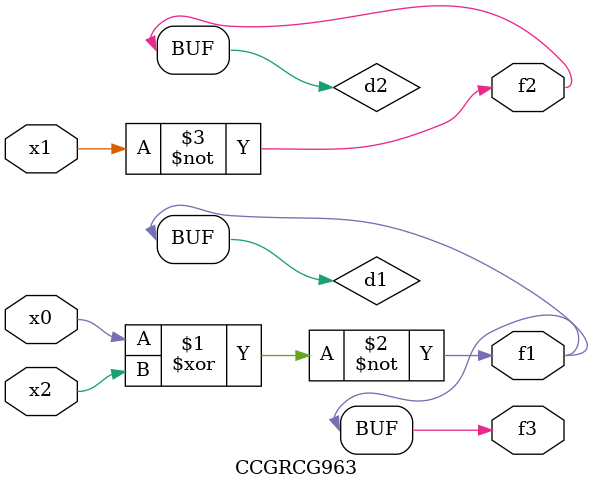
<source format=v>
module CCGRCG963(
	input x0, x1, x2,
	output f1, f2, f3
);

	wire d1, d2, d3;

	xnor (d1, x0, x2);
	nand (d2, x1);
	nor (d3, x1, x2);
	assign f1 = d1;
	assign f2 = d2;
	assign f3 = d1;
endmodule

</source>
